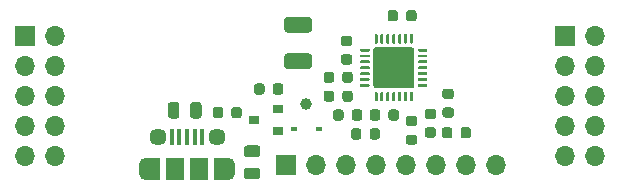
<source format=gbr>
%TF.GenerationSoftware,KiCad,Pcbnew,5.99.0-unknown-acf13a186~104~ubuntu20.04.1*%
%TF.CreationDate,2020-09-23T11:08:07+02:00*%
%TF.ProjectId,matrixctl,6d617472-6978-4637-946c-2e6b69636164,rev?*%
%TF.SameCoordinates,Original*%
%TF.FileFunction,Soldermask,Top*%
%TF.FilePolarity,Negative*%
%FSLAX46Y46*%
G04 Gerber Fmt 4.6, Leading zero omitted, Abs format (unit mm)*
G04 Created by KiCad (PCBNEW 5.99.0-unknown-acf13a186~104~ubuntu20.04.1) date 2020-09-23 11:08:07*
%MOMM*%
%LPD*%
G01*
G04 APERTURE LIST*
%ADD10R,0.900000X0.800000*%
%ADD11R,1.200000X1.900000*%
%ADD12O,1.200000X1.900000*%
%ADD13R,1.500000X1.900000*%
%ADD14C,1.450000*%
%ADD15R,0.400000X1.350000*%
%ADD16R,0.600000X0.450000*%
%ADD17O,1.700000X1.700000*%
%ADD18R,1.700000X1.700000*%
%ADD19C,1.000000*%
G04 APERTURE END LIST*
%TO.C,R112*%
G36*
G01*
X133656250Y-113950000D02*
X133143750Y-113950000D01*
G75*
G02*
X132925000Y-113731250I0J218750D01*
G01*
X132925000Y-113293750D01*
G75*
G02*
X133143750Y-113075000I218750J0D01*
G01*
X133656250Y-113075000D01*
G75*
G02*
X133875000Y-113293750I0J-218750D01*
G01*
X133875000Y-113731250D01*
G75*
G02*
X133656250Y-113950000I-218750J0D01*
G01*
G37*
G36*
G01*
X133656250Y-115525000D02*
X133143750Y-115525000D01*
G75*
G02*
X132925000Y-115306250I0J218750D01*
G01*
X132925000Y-114868750D01*
G75*
G02*
X133143750Y-114650000I218750J0D01*
G01*
X133656250Y-114650000D01*
G75*
G02*
X133875000Y-114868750I0J-218750D01*
G01*
X133875000Y-115306250D01*
G75*
G02*
X133656250Y-115525000I-218750J0D01*
G01*
G37*
%TD*%
D10*
%TO.C,U102*%
X118500000Y-114000000D03*
X120500000Y-113050000D03*
X120500000Y-114950000D03*
%TD*%
D11*
%TO.C,J104*%
X109900000Y-118137500D03*
X115700000Y-118137500D03*
D12*
X116300000Y-118137500D03*
X109300000Y-118137500D03*
D13*
X111800000Y-118137500D03*
D14*
X115300000Y-115437500D03*
D15*
X112800000Y-115437500D03*
X113450000Y-115437500D03*
X114100000Y-115437500D03*
X111500000Y-115437500D03*
X112150000Y-115437500D03*
D14*
X110300000Y-115437500D03*
D13*
X113800000Y-118137500D03*
%TD*%
%TO.C,FB102*%
G36*
G01*
X117843750Y-118050000D02*
X118756250Y-118050000D01*
G75*
G02*
X119000000Y-118293750I0J-243750D01*
G01*
X119000000Y-118781250D01*
G75*
G02*
X118756250Y-119025000I-243750J0D01*
G01*
X117843750Y-119025000D01*
G75*
G02*
X117600000Y-118781250I0J243750D01*
G01*
X117600000Y-118293750D01*
G75*
G02*
X117843750Y-118050000I243750J0D01*
G01*
G37*
G36*
G01*
X117843750Y-116175000D02*
X118756250Y-116175000D01*
G75*
G02*
X119000000Y-116418750I0J-243750D01*
G01*
X119000000Y-116906250D01*
G75*
G02*
X118756250Y-117150000I-243750J0D01*
G01*
X117843750Y-117150000D01*
G75*
G02*
X117600000Y-116906250I0J243750D01*
G01*
X117600000Y-116418750D01*
G75*
G02*
X117843750Y-116175000I243750J0D01*
G01*
G37*
%TD*%
%TO.C,FB101*%
G36*
G01*
X112150000Y-112743750D02*
X112150000Y-113656250D01*
G75*
G02*
X111906250Y-113900000I-243750J0D01*
G01*
X111418750Y-113900000D01*
G75*
G02*
X111175000Y-113656250I0J243750D01*
G01*
X111175000Y-112743750D01*
G75*
G02*
X111418750Y-112500000I243750J0D01*
G01*
X111906250Y-112500000D01*
G75*
G02*
X112150000Y-112743750I0J-243750D01*
G01*
G37*
G36*
G01*
X114025000Y-112743750D02*
X114025000Y-113656250D01*
G75*
G02*
X113781250Y-113900000I-243750J0D01*
G01*
X113293750Y-113900000D01*
G75*
G02*
X113050000Y-113656250I0J243750D01*
G01*
X113050000Y-112743750D01*
G75*
G02*
X113293750Y-112500000I243750J0D01*
G01*
X113781250Y-112500000D01*
G75*
G02*
X114025000Y-112743750I0J-243750D01*
G01*
G37*
%TD*%
D16*
%TO.C,D101*%
X121850000Y-114800000D03*
X123950000Y-114800000D03*
%TD*%
%TO.C,C107*%
G36*
G01*
X115850000Y-113143750D02*
X115850000Y-113656250D01*
G75*
G02*
X115631250Y-113875000I-218750J0D01*
G01*
X115193750Y-113875000D01*
G75*
G02*
X114975000Y-113656250I0J218750D01*
G01*
X114975000Y-113143750D01*
G75*
G02*
X115193750Y-112925000I218750J0D01*
G01*
X115631250Y-112925000D01*
G75*
G02*
X115850000Y-113143750I0J-218750D01*
G01*
G37*
G36*
G01*
X117425000Y-113143750D02*
X117425000Y-113656250D01*
G75*
G02*
X117206250Y-113875000I-218750J0D01*
G01*
X116768750Y-113875000D01*
G75*
G02*
X116550000Y-113656250I0J218750D01*
G01*
X116550000Y-113143750D01*
G75*
G02*
X116768750Y-112925000I218750J0D01*
G01*
X117206250Y-112925000D01*
G75*
G02*
X117425000Y-113143750I0J-218750D01*
G01*
G37*
%TD*%
%TO.C,C106*%
G36*
G01*
X119362500Y-111143750D02*
X119362500Y-111656250D01*
G75*
G02*
X119143750Y-111875000I-218750J0D01*
G01*
X118706250Y-111875000D01*
G75*
G02*
X118487500Y-111656250I0J218750D01*
G01*
X118487500Y-111143750D01*
G75*
G02*
X118706250Y-110925000I218750J0D01*
G01*
X119143750Y-110925000D01*
G75*
G02*
X119362500Y-111143750I0J-218750D01*
G01*
G37*
G36*
G01*
X120937500Y-111143750D02*
X120937500Y-111656250D01*
G75*
G02*
X120718750Y-111875000I-218750J0D01*
G01*
X120281250Y-111875000D01*
G75*
G02*
X120062500Y-111656250I0J218750D01*
G01*
X120062500Y-111143750D01*
G75*
G02*
X120281250Y-110925000I218750J0D01*
G01*
X120718750Y-110925000D01*
G75*
G02*
X120937500Y-111143750I0J-218750D01*
G01*
G37*
%TD*%
%TO.C,C101*%
G36*
G01*
X123125000Y-106625000D02*
X121275000Y-106625000D01*
G75*
G02*
X121025000Y-106375000I0J250000D01*
G01*
X121025000Y-105550000D01*
G75*
G02*
X121275000Y-105300000I250000J0D01*
G01*
X123125000Y-105300000D01*
G75*
G02*
X123375000Y-105550000I0J-250000D01*
G01*
X123375000Y-106375000D01*
G75*
G02*
X123125000Y-106625000I-250000J0D01*
G01*
G37*
G36*
G01*
X123125000Y-109700000D02*
X121275000Y-109700000D01*
G75*
G02*
X121025000Y-109450000I0J250000D01*
G01*
X121025000Y-108625000D01*
G75*
G02*
X121275000Y-108375000I250000J0D01*
G01*
X123125000Y-108375000D01*
G75*
G02*
X123375000Y-108625000I0J-250000D01*
G01*
X123375000Y-109450000D01*
G75*
G02*
X123125000Y-109700000I-250000J0D01*
G01*
G37*
%TD*%
%TO.C,U101*%
G36*
G01*
X132050000Y-108112500D02*
X132050000Y-111087500D01*
G75*
G02*
X131787500Y-111350000I-262500J0D01*
G01*
X128812500Y-111350000D01*
G75*
G02*
X128550000Y-111087500I0J262500D01*
G01*
X128550000Y-108112500D01*
G75*
G02*
X128812500Y-107850000I262500J0D01*
G01*
X131787500Y-107850000D01*
G75*
G02*
X132050000Y-108112500I0J-262500D01*
G01*
G37*
G36*
G01*
X133150000Y-111037500D02*
X133150000Y-111162500D01*
G75*
G02*
X133087500Y-111225000I-62500J0D01*
G01*
X132412500Y-111225000D01*
G75*
G02*
X132350000Y-111162500I0J62500D01*
G01*
X132350000Y-111037500D01*
G75*
G02*
X132412500Y-110975000I62500J0D01*
G01*
X133087500Y-110975000D01*
G75*
G02*
X133150000Y-111037500I0J-62500D01*
G01*
G37*
G36*
G01*
X133150000Y-110537500D02*
X133150000Y-110662500D01*
G75*
G02*
X133087500Y-110725000I-62500J0D01*
G01*
X132412500Y-110725000D01*
G75*
G02*
X132350000Y-110662500I0J62500D01*
G01*
X132350000Y-110537500D01*
G75*
G02*
X132412500Y-110475000I62500J0D01*
G01*
X133087500Y-110475000D01*
G75*
G02*
X133150000Y-110537500I0J-62500D01*
G01*
G37*
G36*
G01*
X133150000Y-110037500D02*
X133150000Y-110162500D01*
G75*
G02*
X133087500Y-110225000I-62500J0D01*
G01*
X132412500Y-110225000D01*
G75*
G02*
X132350000Y-110162500I0J62500D01*
G01*
X132350000Y-110037500D01*
G75*
G02*
X132412500Y-109975000I62500J0D01*
G01*
X133087500Y-109975000D01*
G75*
G02*
X133150000Y-110037500I0J-62500D01*
G01*
G37*
G36*
G01*
X133150000Y-109537500D02*
X133150000Y-109662500D01*
G75*
G02*
X133087500Y-109725000I-62500J0D01*
G01*
X132412500Y-109725000D01*
G75*
G02*
X132350000Y-109662500I0J62500D01*
G01*
X132350000Y-109537500D01*
G75*
G02*
X132412500Y-109475000I62500J0D01*
G01*
X133087500Y-109475000D01*
G75*
G02*
X133150000Y-109537500I0J-62500D01*
G01*
G37*
G36*
G01*
X133150000Y-109037500D02*
X133150000Y-109162500D01*
G75*
G02*
X133087500Y-109225000I-62500J0D01*
G01*
X132412500Y-109225000D01*
G75*
G02*
X132350000Y-109162500I0J62500D01*
G01*
X132350000Y-109037500D01*
G75*
G02*
X132412500Y-108975000I62500J0D01*
G01*
X133087500Y-108975000D01*
G75*
G02*
X133150000Y-109037500I0J-62500D01*
G01*
G37*
G36*
G01*
X133150000Y-108537500D02*
X133150000Y-108662500D01*
G75*
G02*
X133087500Y-108725000I-62500J0D01*
G01*
X132412500Y-108725000D01*
G75*
G02*
X132350000Y-108662500I0J62500D01*
G01*
X132350000Y-108537500D01*
G75*
G02*
X132412500Y-108475000I62500J0D01*
G01*
X133087500Y-108475000D01*
G75*
G02*
X133150000Y-108537500I0J-62500D01*
G01*
G37*
G36*
G01*
X133150000Y-108037500D02*
X133150000Y-108162500D01*
G75*
G02*
X133087500Y-108225000I-62500J0D01*
G01*
X132412500Y-108225000D01*
G75*
G02*
X132350000Y-108162500I0J62500D01*
G01*
X132350000Y-108037500D01*
G75*
G02*
X132412500Y-107975000I62500J0D01*
G01*
X133087500Y-107975000D01*
G75*
G02*
X133150000Y-108037500I0J-62500D01*
G01*
G37*
G36*
G01*
X131925000Y-106812500D02*
X131925000Y-107487500D01*
G75*
G02*
X131862500Y-107550000I-62500J0D01*
G01*
X131737500Y-107550000D01*
G75*
G02*
X131675000Y-107487500I0J62500D01*
G01*
X131675000Y-106812500D01*
G75*
G02*
X131737500Y-106750000I62500J0D01*
G01*
X131862500Y-106750000D01*
G75*
G02*
X131925000Y-106812500I0J-62500D01*
G01*
G37*
G36*
G01*
X131425000Y-106812500D02*
X131425000Y-107487500D01*
G75*
G02*
X131362500Y-107550000I-62500J0D01*
G01*
X131237500Y-107550000D01*
G75*
G02*
X131175000Y-107487500I0J62500D01*
G01*
X131175000Y-106812500D01*
G75*
G02*
X131237500Y-106750000I62500J0D01*
G01*
X131362500Y-106750000D01*
G75*
G02*
X131425000Y-106812500I0J-62500D01*
G01*
G37*
G36*
G01*
X130925000Y-106812500D02*
X130925000Y-107487500D01*
G75*
G02*
X130862500Y-107550000I-62500J0D01*
G01*
X130737500Y-107550000D01*
G75*
G02*
X130675000Y-107487500I0J62500D01*
G01*
X130675000Y-106812500D01*
G75*
G02*
X130737500Y-106750000I62500J0D01*
G01*
X130862500Y-106750000D01*
G75*
G02*
X130925000Y-106812500I0J-62500D01*
G01*
G37*
G36*
G01*
X130425000Y-106812500D02*
X130425000Y-107487500D01*
G75*
G02*
X130362500Y-107550000I-62500J0D01*
G01*
X130237500Y-107550000D01*
G75*
G02*
X130175000Y-107487500I0J62500D01*
G01*
X130175000Y-106812500D01*
G75*
G02*
X130237500Y-106750000I62500J0D01*
G01*
X130362500Y-106750000D01*
G75*
G02*
X130425000Y-106812500I0J-62500D01*
G01*
G37*
G36*
G01*
X129925000Y-106812500D02*
X129925000Y-107487500D01*
G75*
G02*
X129862500Y-107550000I-62500J0D01*
G01*
X129737500Y-107550000D01*
G75*
G02*
X129675000Y-107487500I0J62500D01*
G01*
X129675000Y-106812500D01*
G75*
G02*
X129737500Y-106750000I62500J0D01*
G01*
X129862500Y-106750000D01*
G75*
G02*
X129925000Y-106812500I0J-62500D01*
G01*
G37*
G36*
G01*
X129425000Y-106812500D02*
X129425000Y-107487500D01*
G75*
G02*
X129362500Y-107550000I-62500J0D01*
G01*
X129237500Y-107550000D01*
G75*
G02*
X129175000Y-107487500I0J62500D01*
G01*
X129175000Y-106812500D01*
G75*
G02*
X129237500Y-106750000I62500J0D01*
G01*
X129362500Y-106750000D01*
G75*
G02*
X129425000Y-106812500I0J-62500D01*
G01*
G37*
G36*
G01*
X128925000Y-106812500D02*
X128925000Y-107487500D01*
G75*
G02*
X128862500Y-107550000I-62500J0D01*
G01*
X128737500Y-107550000D01*
G75*
G02*
X128675000Y-107487500I0J62500D01*
G01*
X128675000Y-106812500D01*
G75*
G02*
X128737500Y-106750000I62500J0D01*
G01*
X128862500Y-106750000D01*
G75*
G02*
X128925000Y-106812500I0J-62500D01*
G01*
G37*
G36*
G01*
X128250000Y-108037500D02*
X128250000Y-108162500D01*
G75*
G02*
X128187500Y-108225000I-62500J0D01*
G01*
X127512500Y-108225000D01*
G75*
G02*
X127450000Y-108162500I0J62500D01*
G01*
X127450000Y-108037500D01*
G75*
G02*
X127512500Y-107975000I62500J0D01*
G01*
X128187500Y-107975000D01*
G75*
G02*
X128250000Y-108037500I0J-62500D01*
G01*
G37*
G36*
G01*
X128250000Y-108537500D02*
X128250000Y-108662500D01*
G75*
G02*
X128187500Y-108725000I-62500J0D01*
G01*
X127512500Y-108725000D01*
G75*
G02*
X127450000Y-108662500I0J62500D01*
G01*
X127450000Y-108537500D01*
G75*
G02*
X127512500Y-108475000I62500J0D01*
G01*
X128187500Y-108475000D01*
G75*
G02*
X128250000Y-108537500I0J-62500D01*
G01*
G37*
G36*
G01*
X128250000Y-109037500D02*
X128250000Y-109162500D01*
G75*
G02*
X128187500Y-109225000I-62500J0D01*
G01*
X127512500Y-109225000D01*
G75*
G02*
X127450000Y-109162500I0J62500D01*
G01*
X127450000Y-109037500D01*
G75*
G02*
X127512500Y-108975000I62500J0D01*
G01*
X128187500Y-108975000D01*
G75*
G02*
X128250000Y-109037500I0J-62500D01*
G01*
G37*
G36*
G01*
X128250000Y-109537500D02*
X128250000Y-109662500D01*
G75*
G02*
X128187500Y-109725000I-62500J0D01*
G01*
X127512500Y-109725000D01*
G75*
G02*
X127450000Y-109662500I0J62500D01*
G01*
X127450000Y-109537500D01*
G75*
G02*
X127512500Y-109475000I62500J0D01*
G01*
X128187500Y-109475000D01*
G75*
G02*
X128250000Y-109537500I0J-62500D01*
G01*
G37*
G36*
G01*
X128250000Y-110037500D02*
X128250000Y-110162500D01*
G75*
G02*
X128187500Y-110225000I-62500J0D01*
G01*
X127512500Y-110225000D01*
G75*
G02*
X127450000Y-110162500I0J62500D01*
G01*
X127450000Y-110037500D01*
G75*
G02*
X127512500Y-109975000I62500J0D01*
G01*
X128187500Y-109975000D01*
G75*
G02*
X128250000Y-110037500I0J-62500D01*
G01*
G37*
G36*
G01*
X128250000Y-110537500D02*
X128250000Y-110662500D01*
G75*
G02*
X128187500Y-110725000I-62500J0D01*
G01*
X127512500Y-110725000D01*
G75*
G02*
X127450000Y-110662500I0J62500D01*
G01*
X127450000Y-110537500D01*
G75*
G02*
X127512500Y-110475000I62500J0D01*
G01*
X128187500Y-110475000D01*
G75*
G02*
X128250000Y-110537500I0J-62500D01*
G01*
G37*
G36*
G01*
X128250000Y-111037500D02*
X128250000Y-111162500D01*
G75*
G02*
X128187500Y-111225000I-62500J0D01*
G01*
X127512500Y-111225000D01*
G75*
G02*
X127450000Y-111162500I0J62500D01*
G01*
X127450000Y-111037500D01*
G75*
G02*
X127512500Y-110975000I62500J0D01*
G01*
X128187500Y-110975000D01*
G75*
G02*
X128250000Y-111037500I0J-62500D01*
G01*
G37*
G36*
G01*
X128925000Y-111712500D02*
X128925000Y-112387500D01*
G75*
G02*
X128862500Y-112450000I-62500J0D01*
G01*
X128737500Y-112450000D01*
G75*
G02*
X128675000Y-112387500I0J62500D01*
G01*
X128675000Y-111712500D01*
G75*
G02*
X128737500Y-111650000I62500J0D01*
G01*
X128862500Y-111650000D01*
G75*
G02*
X128925000Y-111712500I0J-62500D01*
G01*
G37*
G36*
G01*
X129425000Y-111712500D02*
X129425000Y-112387500D01*
G75*
G02*
X129362500Y-112450000I-62500J0D01*
G01*
X129237500Y-112450000D01*
G75*
G02*
X129175000Y-112387500I0J62500D01*
G01*
X129175000Y-111712500D01*
G75*
G02*
X129237500Y-111650000I62500J0D01*
G01*
X129362500Y-111650000D01*
G75*
G02*
X129425000Y-111712500I0J-62500D01*
G01*
G37*
G36*
G01*
X129925000Y-111712500D02*
X129925000Y-112387500D01*
G75*
G02*
X129862500Y-112450000I-62500J0D01*
G01*
X129737500Y-112450000D01*
G75*
G02*
X129675000Y-112387500I0J62500D01*
G01*
X129675000Y-111712500D01*
G75*
G02*
X129737500Y-111650000I62500J0D01*
G01*
X129862500Y-111650000D01*
G75*
G02*
X129925000Y-111712500I0J-62500D01*
G01*
G37*
G36*
G01*
X130425000Y-111712500D02*
X130425000Y-112387500D01*
G75*
G02*
X130362500Y-112450000I-62500J0D01*
G01*
X130237500Y-112450000D01*
G75*
G02*
X130175000Y-112387500I0J62500D01*
G01*
X130175000Y-111712500D01*
G75*
G02*
X130237500Y-111650000I62500J0D01*
G01*
X130362500Y-111650000D01*
G75*
G02*
X130425000Y-111712500I0J-62500D01*
G01*
G37*
G36*
G01*
X130925000Y-111712500D02*
X130925000Y-112387500D01*
G75*
G02*
X130862500Y-112450000I-62500J0D01*
G01*
X130737500Y-112450000D01*
G75*
G02*
X130675000Y-112387500I0J62500D01*
G01*
X130675000Y-111712500D01*
G75*
G02*
X130737500Y-111650000I62500J0D01*
G01*
X130862500Y-111650000D01*
G75*
G02*
X130925000Y-111712500I0J-62500D01*
G01*
G37*
G36*
G01*
X131425000Y-111712500D02*
X131425000Y-112387500D01*
G75*
G02*
X131362500Y-112450000I-62500J0D01*
G01*
X131237500Y-112450000D01*
G75*
G02*
X131175000Y-112387500I0J62500D01*
G01*
X131175000Y-111712500D01*
G75*
G02*
X131237500Y-111650000I62500J0D01*
G01*
X131362500Y-111650000D01*
G75*
G02*
X131425000Y-111712500I0J-62500D01*
G01*
G37*
G36*
G01*
X131925000Y-111712500D02*
X131925000Y-112387500D01*
G75*
G02*
X131862500Y-112450000I-62500J0D01*
G01*
X131737500Y-112450000D01*
G75*
G02*
X131675000Y-112387500I0J62500D01*
G01*
X131675000Y-111712500D01*
G75*
G02*
X131737500Y-111650000I62500J0D01*
G01*
X131862500Y-111650000D01*
G75*
G02*
X131925000Y-111712500I0J-62500D01*
G01*
G37*
%TD*%
D17*
%TO.C,J103*%
X138980000Y-117800000D03*
X136440000Y-117800000D03*
X133900000Y-117800000D03*
X131360000Y-117800000D03*
X128820000Y-117800000D03*
X126280000Y-117800000D03*
X123740000Y-117800000D03*
D18*
X121200000Y-117800000D03*
%TD*%
D19*
%TO.C,TP101*%
X122900000Y-112700000D03*
%TD*%
%TO.C,R106*%
G36*
G01*
X131543750Y-115250000D02*
X132056250Y-115250000D01*
G75*
G02*
X132275000Y-115468750I0J-218750D01*
G01*
X132275000Y-115906250D01*
G75*
G02*
X132056250Y-116125000I-218750J0D01*
G01*
X131543750Y-116125000D01*
G75*
G02*
X131325000Y-115906250I0J218750D01*
G01*
X131325000Y-115468750D01*
G75*
G02*
X131543750Y-115250000I218750J0D01*
G01*
G37*
G36*
G01*
X131543750Y-113675000D02*
X132056250Y-113675000D01*
G75*
G02*
X132275000Y-113893750I0J-218750D01*
G01*
X132275000Y-114331250D01*
G75*
G02*
X132056250Y-114550000I-218750J0D01*
G01*
X131543750Y-114550000D01*
G75*
G02*
X131325000Y-114331250I0J218750D01*
G01*
X131325000Y-113893750D01*
G75*
G02*
X131543750Y-113675000I218750J0D01*
G01*
G37*
%TD*%
%TO.C,R105*%
G36*
G01*
X125250000Y-110143750D02*
X125250000Y-110656250D01*
G75*
G02*
X125031250Y-110875000I-218750J0D01*
G01*
X124593750Y-110875000D01*
G75*
G02*
X124375000Y-110656250I0J218750D01*
G01*
X124375000Y-110143750D01*
G75*
G02*
X124593750Y-109925000I218750J0D01*
G01*
X125031250Y-109925000D01*
G75*
G02*
X125250000Y-110143750I0J-218750D01*
G01*
G37*
G36*
G01*
X126825000Y-110143750D02*
X126825000Y-110656250D01*
G75*
G02*
X126606250Y-110875000I-218750J0D01*
G01*
X126168750Y-110875000D01*
G75*
G02*
X125950000Y-110656250I0J218750D01*
G01*
X125950000Y-110143750D01*
G75*
G02*
X126168750Y-109925000I218750J0D01*
G01*
X126606250Y-109925000D01*
G75*
G02*
X126825000Y-110143750I0J-218750D01*
G01*
G37*
%TD*%
%TO.C,R104*%
G36*
G01*
X128250000Y-115456250D02*
X128250000Y-114943750D01*
G75*
G02*
X128468750Y-114725000I218750J0D01*
G01*
X128906250Y-114725000D01*
G75*
G02*
X129125000Y-114943750I0J-218750D01*
G01*
X129125000Y-115456250D01*
G75*
G02*
X128906250Y-115675000I-218750J0D01*
G01*
X128468750Y-115675000D01*
G75*
G02*
X128250000Y-115456250I0J218750D01*
G01*
G37*
G36*
G01*
X126675000Y-115456250D02*
X126675000Y-114943750D01*
G75*
G02*
X126893750Y-114725000I218750J0D01*
G01*
X127331250Y-114725000D01*
G75*
G02*
X127550000Y-114943750I0J-218750D01*
G01*
X127550000Y-115456250D01*
G75*
G02*
X127331250Y-115675000I-218750J0D01*
G01*
X126893750Y-115675000D01*
G75*
G02*
X126675000Y-115456250I0J218750D01*
G01*
G37*
%TD*%
%TO.C,R103*%
G36*
G01*
X129850000Y-113856250D02*
X129850000Y-113343750D01*
G75*
G02*
X130068750Y-113125000I218750J0D01*
G01*
X130506250Y-113125000D01*
G75*
G02*
X130725000Y-113343750I0J-218750D01*
G01*
X130725000Y-113856250D01*
G75*
G02*
X130506250Y-114075000I-218750J0D01*
G01*
X130068750Y-114075000D01*
G75*
G02*
X129850000Y-113856250I0J218750D01*
G01*
G37*
G36*
G01*
X128275000Y-113856250D02*
X128275000Y-113343750D01*
G75*
G02*
X128493750Y-113125000I218750J0D01*
G01*
X128931250Y-113125000D01*
G75*
G02*
X129150000Y-113343750I0J-218750D01*
G01*
X129150000Y-113856250D01*
G75*
G02*
X128931250Y-114075000I-218750J0D01*
G01*
X128493750Y-114075000D01*
G75*
G02*
X128275000Y-113856250I0J218750D01*
G01*
G37*
%TD*%
%TO.C,R102*%
G36*
G01*
X135156250Y-112250000D02*
X134643750Y-112250000D01*
G75*
G02*
X134425000Y-112031250I0J218750D01*
G01*
X134425000Y-111593750D01*
G75*
G02*
X134643750Y-111375000I218750J0D01*
G01*
X135156250Y-111375000D01*
G75*
G02*
X135375000Y-111593750I0J-218750D01*
G01*
X135375000Y-112031250D01*
G75*
G02*
X135156250Y-112250000I-218750J0D01*
G01*
G37*
G36*
G01*
X135156250Y-113825000D02*
X134643750Y-113825000D01*
G75*
G02*
X134425000Y-113606250I0J218750D01*
G01*
X134425000Y-113168750D01*
G75*
G02*
X134643750Y-112950000I218750J0D01*
G01*
X135156250Y-112950000D01*
G75*
G02*
X135375000Y-113168750I0J-218750D01*
G01*
X135375000Y-113606250D01*
G75*
G02*
X135156250Y-113825000I-218750J0D01*
G01*
G37*
%TD*%
%TO.C,R101*%
G36*
G01*
X135950000Y-115356250D02*
X135950000Y-114843750D01*
G75*
G02*
X136168750Y-114625000I218750J0D01*
G01*
X136606250Y-114625000D01*
G75*
G02*
X136825000Y-114843750I0J-218750D01*
G01*
X136825000Y-115356250D01*
G75*
G02*
X136606250Y-115575000I-218750J0D01*
G01*
X136168750Y-115575000D01*
G75*
G02*
X135950000Y-115356250I0J218750D01*
G01*
G37*
G36*
G01*
X134375000Y-115356250D02*
X134375000Y-114843750D01*
G75*
G02*
X134593750Y-114625000I218750J0D01*
G01*
X135031250Y-114625000D01*
G75*
G02*
X135250000Y-114843750I0J-218750D01*
G01*
X135250000Y-115356250D01*
G75*
G02*
X135031250Y-115575000I-218750J0D01*
G01*
X134593750Y-115575000D01*
G75*
G02*
X134375000Y-115356250I0J218750D01*
G01*
G37*
%TD*%
%TO.C,C105*%
G36*
G01*
X127625000Y-113343750D02*
X127625000Y-113856250D01*
G75*
G02*
X127406250Y-114075000I-218750J0D01*
G01*
X126968750Y-114075000D01*
G75*
G02*
X126750000Y-113856250I0J218750D01*
G01*
X126750000Y-113343750D01*
G75*
G02*
X126968750Y-113125000I218750J0D01*
G01*
X127406250Y-113125000D01*
G75*
G02*
X127625000Y-113343750I0J-218750D01*
G01*
G37*
G36*
G01*
X126050000Y-113343750D02*
X126050000Y-113856250D01*
G75*
G02*
X125831250Y-114075000I-218750J0D01*
G01*
X125393750Y-114075000D01*
G75*
G02*
X125175000Y-113856250I0J218750D01*
G01*
X125175000Y-113343750D01*
G75*
G02*
X125393750Y-113125000I218750J0D01*
G01*
X125831250Y-113125000D01*
G75*
G02*
X126050000Y-113343750I0J-218750D01*
G01*
G37*
%TD*%
%TO.C,C104*%
G36*
G01*
X125250000Y-111743750D02*
X125250000Y-112256250D01*
G75*
G02*
X125031250Y-112475000I-218750J0D01*
G01*
X124593750Y-112475000D01*
G75*
G02*
X124375000Y-112256250I0J218750D01*
G01*
X124375000Y-111743750D01*
G75*
G02*
X124593750Y-111525000I218750J0D01*
G01*
X125031250Y-111525000D01*
G75*
G02*
X125250000Y-111743750I0J-218750D01*
G01*
G37*
G36*
G01*
X126825000Y-111743750D02*
X126825000Y-112256250D01*
G75*
G02*
X126606250Y-112475000I-218750J0D01*
G01*
X126168750Y-112475000D01*
G75*
G02*
X125950000Y-112256250I0J218750D01*
G01*
X125950000Y-111743750D01*
G75*
G02*
X126168750Y-111525000I218750J0D01*
G01*
X126606250Y-111525000D01*
G75*
G02*
X126825000Y-111743750I0J-218750D01*
G01*
G37*
%TD*%
%TO.C,C103*%
G36*
G01*
X131350000Y-105456250D02*
X131350000Y-104943750D01*
G75*
G02*
X131568750Y-104725000I218750J0D01*
G01*
X132006250Y-104725000D01*
G75*
G02*
X132225000Y-104943750I0J-218750D01*
G01*
X132225000Y-105456250D01*
G75*
G02*
X132006250Y-105675000I-218750J0D01*
G01*
X131568750Y-105675000D01*
G75*
G02*
X131350000Y-105456250I0J218750D01*
G01*
G37*
G36*
G01*
X129775000Y-105456250D02*
X129775000Y-104943750D01*
G75*
G02*
X129993750Y-104725000I218750J0D01*
G01*
X130431250Y-104725000D01*
G75*
G02*
X130650000Y-104943750I0J-218750D01*
G01*
X130650000Y-105456250D01*
G75*
G02*
X130431250Y-105675000I-218750J0D01*
G01*
X129993750Y-105675000D01*
G75*
G02*
X129775000Y-105456250I0J218750D01*
G01*
G37*
%TD*%
%TO.C,C102*%
G36*
G01*
X126556250Y-107750000D02*
X126043750Y-107750000D01*
G75*
G02*
X125825000Y-107531250I0J218750D01*
G01*
X125825000Y-107093750D01*
G75*
G02*
X126043750Y-106875000I218750J0D01*
G01*
X126556250Y-106875000D01*
G75*
G02*
X126775000Y-107093750I0J-218750D01*
G01*
X126775000Y-107531250D01*
G75*
G02*
X126556250Y-107750000I-218750J0D01*
G01*
G37*
G36*
G01*
X126556250Y-109325000D02*
X126043750Y-109325000D01*
G75*
G02*
X125825000Y-109106250I0J218750D01*
G01*
X125825000Y-108668750D01*
G75*
G02*
X126043750Y-108450000I218750J0D01*
G01*
X126556250Y-108450000D01*
G75*
G02*
X126775000Y-108668750I0J-218750D01*
G01*
X126775000Y-109106250D01*
G75*
G02*
X126556250Y-109325000I-218750J0D01*
G01*
G37*
%TD*%
D18*
%TO.C,J102*%
X144780000Y-106875000D03*
D17*
X147320000Y-106875000D03*
X144780000Y-109415000D03*
X147320000Y-109415000D03*
X144780000Y-111955000D03*
X147320000Y-111955000D03*
X144780000Y-114495000D03*
X147320000Y-114495000D03*
X144780000Y-117035000D03*
X147320000Y-117035000D03*
%TD*%
%TO.C,J101*%
X101600000Y-117035000D03*
X99060000Y-117035000D03*
X101600000Y-114495000D03*
X99060000Y-114495000D03*
X101600000Y-111955000D03*
X99060000Y-111955000D03*
X101600000Y-109415000D03*
X99060000Y-109415000D03*
X101600000Y-106875000D03*
D18*
X99060000Y-106875000D03*
%TD*%
M02*

</source>
